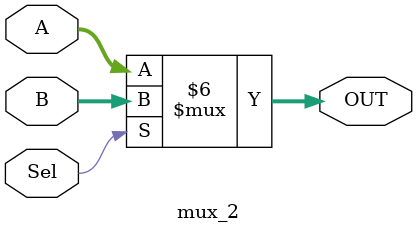
<source format=v>
module Test_Processor_module;
reg[31:0] instruction;
reg clk, rst;
wire[31:0] Output;

Processor_module test_case(rst, clk, instruction, Output);

initial
begin
$dumpvars(0, test_case);

rst = 0; clk = 1; instruction = 32'b000000_01010_01100_01110_00000_100000; #10
$display("\n 1st Test - add $10, $12, $14 \n Read register 1 is %d, Read data 1 is %d \n Read register 2 is %d, Read data 2 is %d \n Add result is %d \n Writen data in Register File: %d", test_case.Read_register1, test_case.Read_data1_, test_case.Read_register2, test_case.Read_data2_, Output, test_case.Mux_output);

rst = 0; clk = 1; instruction = 32'b000000_10010_10000_00011_11110_100010;#10
$display("\n 2nd Test - sub $18, $16, $3 \n Read register 1 is %d, Read data 1 is %d \n Read register 2 is %d, Read data 2 is %d \n Sub result is %d \n Writen data in Register File: %d", test_case.Read_register1, test_case.Read_data1_, test_case.Read_register2, test_case.Read_data2_, Output, test_case.Mux_output);

rst = 0; clk = 1; instruction = 32'b000000_01010_10010_10110_00000_100100;#10
$display("\n 3rd Test - and $10, $12, $24 \n Read register 1 is %d, Read data 1 is %b \n Read register 2 is %d, Read data 2 is %b \n And result is %b \n Writen data in Register File: %d", test_case.Read_register1, test_case.Read_data1_, test_case.Read_register2, test_case.Read_data2_, Output, test_case.Mux_output);

rst = 0; clk = 1; instruction = 32'b000000_01010_10010_10110_00000_100101;#10
$display("\n 4rd Test - or $10, $16, $24 \n Read register 1 is %d, Read data 1 is %b \n Read register 2 is %d, Read data 2 is %b \n Or result is %b \n Writen data in Register File: %d", test_case.Read_register1, test_case.Read_data1_, test_case.Read_register2, test_case.Read_data2_, Output, test_case.Mux_output);

rst = 0; clk = 1; instruction = 32'b000000_01010_10010_10110_00000_100100;#10
$display("\n 5fth Test - slt $10, $16, $0 \n Read register 1 is %d, Read data 1 is %b \n Read register 2 is %d, Read data 2 is %b \n Slt result is %b \n Writen data in Register File: %d", test_case.Read_register1, test_case.Read_data1_, test_case.Read_register2, test_case.Read_data2_, Output, test_case.Mux_output);

//--------------------------------------------------------------------------------------------------------------------------------------------------------------------------------------------------------------------------------------------------------------------
rst = 0; clk = 1; instruction = 32'b001000_01010_10010_00000_00000_000001;#10
$display("\n 6th Test - addi $10, $16 $0 \n Read register 1 is %d, Read data 1 is %b \n Read register 2 is %d, Read data 2 is %b \n Addi result is %b", test_case.Read_register1, test_case.Read_data1_, test_case.Read_register2, test_case.Read_data2_, Output);

rst = 0; clk = 1; instruction = 32'b101011_01010_10010_00000_00000_000001;#10
$display("\n 7th Test - sw $10, $16, $0 \n Read register 1 is %d, Read data 1 is %b \n Read imm[15:0] is %b, Read data imm is %b", test_case.Read_register1, test_case.Read_data1_, test_case.out_32bit, test_case.out_32bit);

rst = 0; clk = 1; instruction = 32'b100011_01010_10010_00000_00000_000001;#10
$display("\n 8th Test - lw $10, $16, $0 \n Read register 1 is %d, Data to be read in memory should be 5, Read address computed is %b \n Read data in memory is %b \n lw result is %b", test_case.Read_register1, test_case.mips_alu_out, test_case.memory_output, test_case.memory_output);


end
endmodule

module Processor_module(rst, clk, instruction, Output);

input[31:0] instruction;
output[31:0] Output;
input rst, clk;

wire RegWrite, RegDst,ALUSrc, Branch, MemWrite,MemRead, MemtoReg;
wire [3:0] AluCnt;
wire [1:0] AluOp;
wire [31:0] Output;

wire[4:0] Read_register1, Read_register2, mux2_input, Write_register;
wire[31:0] Write_data, Read_data1, Read_data2, Read_data1_, Read_data2_;
wire[5:0] funct, opcode;
wire[15:0] imm;
wire[31:0] memory_output, Mux_output, out_32bit, mips_alu_out, mux_aluSrc_out, out_shifted2;
wire Zero,Cin,Cout;

assign Read_register1 = instruction[25:21];
assign Read_register2 = instruction[20:16];
assign opcode = instruction[31:26];
assign imm = instruction[15:0];
assign funct = instruction[5:0];
assign mux2_input = instruction[15:11];
assign Output = mips_alu_out;
//assign rf_write_data = Mux_output;
assign Read_data1_ = 8;
assign Read_data2_ = 5;								


       Control_Unit_Block cnt_unit_block(instruction, RegWrite, RegDest, AluSrc, AluOp, AluCnt, Branch, MemWrite, MemRead, MemtoReg); 
       mux_1 mux_inst1(Read_register2, mux2_input, RegDest, Write_register);
       Register_file reg_file_inst(rst, clk, RegWrite,Write_register, Read_register1, Read_register2, Mux_output, Read_data1, Read_data2);
       sign_exten sign_ext_inst(imm, out_32bit);
       mux_2 mux2_inst(Read_data2_, out_32bit, AluSrc, mux_aluSrc_out);
       Alu alu_inst(Read_data1_, mux_aluSrc_out, AluCnt, mips_alu_out, Zero);
       Memory32 mem_inst(rst, clk, mips_alu_out, Read_data2_, memory_output, MemWrite, MemRead);
       mux_2 mux2_inst2(mips_alu_out, memory_output, MemtoReg, Mux_output);

      // shift_left2 shift_inst(out_32bit, out_shifted2);
      // CLA32 cla32(A, B, Cin, Sum, Cout);

endmodule

//Module Declarations

module Control_Unit_Block(instruction, RegWrite, RegDest, AluSrc, AluOp, AluCnt, Branch, MemWrite, MemRead, MemtoReg);
input [31:0] instruction;
output reg RegWrite, RegDest, AluSrc, Branch, MemWrite, MemRead, MemtoReg;
output reg [1:0] AluOp;
output reg [3:0] AluCnt;

wire[5:0] opcode, functions;
assign opcode = instruction[31:26];
assign functions = instruction[5:0];

always@(opcode or functions)
begin
//_/_/_/_/_/_/_/_/_/_/_/_/_/_/_/_/_/_/_/_/_/_/_/_/_/_/_/_/_/_/_/_/_/_//_/_/_/_/_/_/_/_/_/_/_/_/_/_/_/_/_/_/_/_/
   if(opcode == 6'b000000 && functions == 6'b100000) //add           //_/_/_/_/_/_/_/_/_/_/_/_/_/_/_/_/_/_/_/_/ 
    begin	                        	                     //_/_/_/_/_/ r type instructions /_/_/_/_/
    RegWrite <= 1'b1;						     //_/_/_/_/_/_/_/_/_/_/_/_/_/_/_/_/_/_/_/_/
    RegDest <= 1'b1;                                                  //_/_/_/_/_/_/_/_/_/_/_/_/_/_/_/_/_/_/_/_/
    AluSrc <= 1'b0;                                                   //_/_/_/_/_/_/_/_/_/_/_/_/_/_/_/_/_/_/_/_/
    Branch <= 1'b0;                                                   //_/_/_/_/_/_/_/_/_/_/_/_/_/_/_/_/_/_/_/_/
    MemWrite <= 1'b0;                                                 //_/_/_/_/_/_/_/_/_/_/_/_/_/_/_/_/_/_/_/_/
    MemRead <= 1'b0;                                                  //_/_/_/_/_/_/_/_/_/_/_/_/_/_/_/_/_/_/_/_/
    MemtoReg <= 1'b0;                                                 //_/_/_/_/_/_/_/_/_/_/_/_/_/_/_/_/_/_/_/_/
    AluOp <= 2'b10;                                                   //_/_/_/_/_/_/_/_/_/_/_/_/_/_/_/_/_/_/_/_/
    AluCnt <= 4'b0010;                                                //_/_/_/_/_/_/_/_/_/_/_/_/_/_/_/_/_/_/_/_/
    end
   else if(opcode == 6'b000000 && functions == 6'b100010) //sub 
    begin
    RegWrite <= 1'b1;
    RegDest <= 1'b1;
    AluSrc <= 1'b0;
    Branch <= 1'b0;
    MemWrite <= 1'b0;
    MemRead <= 1'b0;
    MemtoReg <= 1'b0;
    AluOp <= 2'b10;
    AluCnt <= 4'b0110;
    end
   else if(opcode == 6'b000000 && functions == 6'b100100) //and
    begin
    RegWrite <= 1'b1;
    RegDest <= 1'b1;
    AluSrc <= 1'b0;
    Branch <= 1'b0;
    MemWrite <= 1'b0;
    MemRead <= 1'b0;
    MemtoReg <= 1'b0;
    AluOp <= 2'b10;
    AluCnt <= 4'b0000;
    end
   else if(opcode == 6'b000000 && functions == 6'b100101) //or 
    begin
    RegWrite <= 1'b1;
    RegDest <= 1'b1;
    AluSrc <= 1'b0;
    Branch <= 1'b0;
    MemWrite <= 1'b0;
    MemRead <= 1'b0;
    MemtoReg <= 1'b0;
    AluOp <= 2'b10;
    AluCnt <= 4'b0001;
    end
   else if(opcode == 6'b000000 && functions == 6'b100111) //nor 
    begin
    RegWrite <= 1'b1;
    RegDest <= 1'b1;
    AluSrc <= 1'b0;
    Branch <= 1'b0;
    MemWrite <= 1'b0;
    MemRead <= 1'b0;
    MemtoReg <= 1'b0;
    AluOp <= 2'b10;
    AluCnt <= 4'b1100;
    end
   else if(opcode == 6'b000000 && functions == 6'b101010) //slt
    begin
    RegWrite <= 1'b1;
    RegDest <= 1'b1;
    AluSrc <= 1'b0;
    Branch <= 1'b0;
    MemWrite <= 1'b0;
    MemRead <= 1'b0;
    MemtoReg <= 1'b0;
    AluOp <= 2'b10;
    AluCnt <= 4'b0111;
    end 
//_/_/_/_/_/_/_/_/_/_/_/_/_/_/_/_/_/_/_/_/_/_/_/_/_/_/_/_/_/_/_/_/_/_//_/_/_/_/_/_/_/_/_/_/_/_/_/_/_/_/_/_/_/_/
   else if(opcode == 6'b001000 ) //addi                              //_/_/_/_/_/_/_/_/_/_/_/_/_/_/_/_/_/_/_/_/ 
    begin	                        	                     //_/_/_/_/_/ i type instructions /_/_/_/_/
    RegWrite <= 1'b1;						     //_/_/_/_/_/_/_/_/_/_/_/_/_/_/_/_/_/_/_/_/
    RegDest <= 1'b0;						     //_/_/_/_/_/_/_/_/_/_/_/_/_/_/_/_/_/_/_/_/
    AluSrc <= 1'b1;						     //_/_/_/_/_/_/_/_/_/_/_/_/_/_/_/_/_/_/_/_/
    Branch <= 1'b0;					             //_/_/_/_/_/_/_/_/_/_/_/_/_/_/_/_/_/_/_/_/
    MemWrite <= 1'b0;
    MemRead <= 1'b0;
    MemtoReg <= 1'b0;
    AluOp <= 2'b00;
    AluCnt <= 4'b0010;
    end
   else if(opcode == 6'b001100) //andi
    begin
    RegWrite <= 1'b1;
    RegDest <= 1'b1;
    AluSrc <= 1'b0;
    Branch <= 1'b0;
    MemWrite <= 1'b0;
    MemRead <= 1'b0;
    MemtoReg <= 1'b0;
    AluOp <= 2'b00;
    AluCnt <= 4'b0010;
    end
   else if(opcode == 6'b000100) //beq
    begin
    RegWrite <= 1'b0;
    RegDest <= 1'bx;
    AluSrc <= 1'b0;
    Branch <= 1'b1;
    MemWrite <= 1'b0;
    MemRead <= 1'b0;
    MemtoReg <= 1'bx;
    AluOp <= 2'b01;
    AluCnt <= 4'b0110;
    end
   else if(opcode == 6'b000101) //bne
    begin
    RegWrite <= 1'b0;
    RegDest <= 1'bx;
    AluSrc <= 1'b0;
    Branch <= 1'b1;
    MemWrite <= 1'b0;
    MemRead <= 1'b0;
    MemtoReg <= 1'bx;
    AluOp <= 2'b01;
    AluCnt <= 4'b0110;
    end
   else if(opcode == 6'b100011) //lw
    begin
    RegWrite <= 1'b1;
    RegDest <= 1'b0;
    AluSrc <= 1'b1;
    Branch <= 1'b0;
    MemWrite <= 1'b0;
    MemRead <= 1'b1;
    MemtoReg <= 1'b1;
    AluOp <= 2'b00;
    AluCnt <= 4'b0010;
    end
   else if(opcode == 6'b101011) //sw
    begin
    RegWrite <= 1'b0;
    RegDest <= 1'bx;
    AluSrc <= 1'b1;
    Branch <= 1'b0;
    MemWrite <= 1'b1;
    MemRead <= 1'b0;
    MemtoReg <= 1'bx;
    AluOp <= 2'b00;
    AluCnt <= 4'b0010;
    end
end
endmodule

module Register_file(rst, clk, RegWrite, wr_reg, rd_reg1, rd_reg2, wr_Data, Out1, Out2);
input [4:0] wr_reg, rd_reg1, rd_reg2;
input [31:0] wr_Data;
input RegWrite, rst, clk;
output [31:0] Out1, Out2; 
reg [31:0] regFile[31:0];
integer i;

assign  Out1 = regFile[rd_reg1];
assign  Out2 = regFile[rd_reg2];
 
always @(*)
  begin
   if(!rst)
    begin
     if(RegWrite)
	regFile[wr_reg] <= wr_Data;
     else
       begin
	for(i = 0; i < 32; i = i + 1)
	  begin
	    regFile[i] <= 32'h0;
          end
       end
     end
  end
endmodule

module sign_exten (in_16bit, out_32bit);
  input [15:0] in_16bit;
  output [31:0] out_32bit;

 assign  out_32bit[31:0] = { {16{in_16bit[15]}},{in_16bit} };

endmodule
/*module shift_left2 (ins_sign_extended, out_shifted);
  input [31:0] ins_sign_extended;
  output [31:0] out_shifted;

  assign  out_shifted[31:0] = ins_sign_extended << 2;

endmodule*/

module Alu(A, B, AluCnt, OUT, Zero);
input signed [31:0] A, B;
input [3:0] AluCnt;
output signed [31:0] OUT;
output Zero;
reg signed [31:0] OUT;

assign Zero = (OUT == 0);

always @(*)
	begin
	case (AluCnt)
		0: OUT = A & B; //and
		1: OUT = A | B; //or
		2: OUT = A + B; //add
		6: OUT = A - B; //sub
		7: OUT = A < B ? 1 : 0; //slt
	       12: OUT = ~(A | B); //nor
		default: OUT = 0;
	endcase
	end
endmodule
module Memory32(rst, clk, address, wr_data, rd_data, memwr, memrd);
input [31:0] address; //10 bits since 2^10 = 1024
input [31:0] wr_data; //32 bit machine
output [31:0] rd_data; //32 bit machine
input rst, memwr, memrd, clk;
  
reg [31:0] register[1023:0];
reg [31:0] rd_data;
integer i;
  
 
  always @(*)
    begin
     if(!rst)
      begin
      if (memwr)
	begin
	register[address][7:0] <= wr_data[31:24];
	register[address][15:8] <= wr_data[23:16];
      	register[address][23:16] <= wr_data[15:8];
      	register[address][31:24] <= wr_data[7:0];
	end
      else
	begin
	  rd_data[31:24] <= register[address][7:0];
          rd_data[23:16] <= register[address][15:8];
          rd_data[15:8] <= register[address][23:16];
          rd_data[7:0] <= register[address][31:24];
	end
      end
    else
     begin
	for(i = 0; i < 32; i = i+1)
         begin
	   register[i] <= 32'hx;
	 end
      end
    end
endmodule

module mux_1(A, B, Sel, OUT);//mux_10_5
input[4:0] A, B;
input Sel;
output[4:0] OUT;
reg[4:0] OUT;

always @(*)
	begin
	  if(Sel == 1'b0)
	    OUT <= A;
	  else
	    OUT <= B;
	end
endmodule

module mux_2(A, B, Sel, OUT);//mux32_16
input[31:0] A, B;
input Sel;
output[31:0] OUT;
reg[31:0] OUT;

always @(*)
	begin
	  if(Sel == 1'b0)
	    OUT <= A;
	  else
	    OUT <= B;
	end
endmodule

/*module CLA32(A, B, Cin, Sum, Cout);
parameter N = 32;
input [N-1:0] A, B;
input Cin;
output [N-1:0] Sum;
output Cout;

wire [N-1:0] P, G;
wire [N:0] c;
assign c[0] = Cin;
genvar i;

for(i = 0; i < N; i = i+1)
  begin
   assign P[i] = A[i]^B[i];
   assign G[i] = A[i]&B[i];
  end

for(i = 1; i < N+1; i = i+1)
 begin
   assign c[i] = G[i-1] | (P[i-1]&c[i-1]);
 end

for(i = 0; i < N; i = i+1)
 begin
   assign Sum[i] = P[i]^c[i];
 end

assign Cout = c[N];

endmodule*/

</source>
